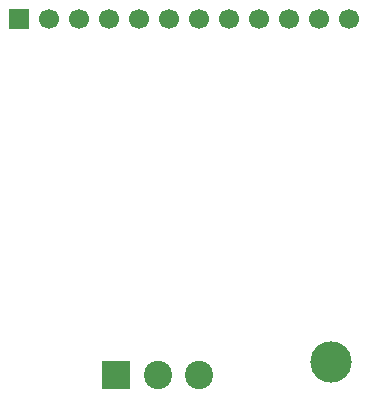
<source format=gbr>
G04 DipTrace 4.0.0.2*
G04 BottomMask.gbr*
%MOIN*%
G04 #@! TF.FileFunction,Soldermask,Bot*
G04 #@! TF.Part,Single*
%ADD31C,0.137795*%
%ADD43C,0.094494*%
%ADD45R,0.094494X0.094494*%
%ADD49C,0.066935*%
%ADD51R,0.066935X0.066935*%
%FSLAX26Y26*%
G04*
G70*
G90*
G75*
G01*
G04 BotMask*
%LPD*%
D51*
X473616Y1968503D3*
D49*
X573616D3*
X673616D3*
X773616D3*
X873616D3*
X973616D3*
X1073616D3*
X1173616D3*
X1273607D3*
X1373607D3*
X1473607D3*
X1573607D3*
D31*
X1515747Y826771D3*
D45*
X799210Y781200D3*
D43*
X937006D3*
X1074801D3*
M02*

</source>
